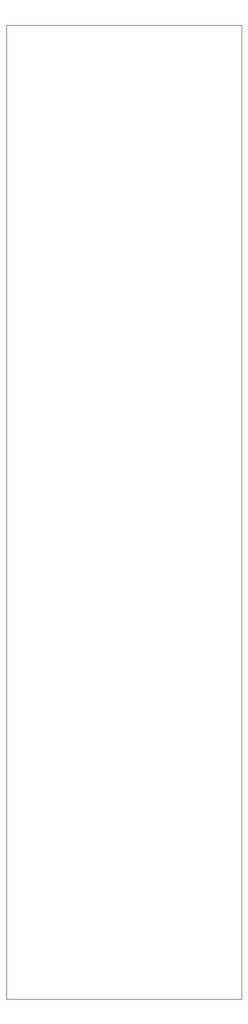
<source format=gm1>
G04 #@! TF.GenerationSoftware,KiCad,Pcbnew,8.0.5*
G04 #@! TF.CreationDate,2024-11-24T11:30:12+01:00*
G04 #@! TF.ProjectId,wavefolder-panel,77617665-666f-46c6-9465-722d70616e65,rev?*
G04 #@! TF.SameCoordinates,Original*
G04 #@! TF.FileFunction,Profile,NP*
%FSLAX46Y46*%
G04 Gerber Fmt 4.6, Leading zero omitted, Abs format (unit mm)*
G04 Created by KiCad (PCBNEW 8.0.5) date 2024-11-24 11:30:12*
%MOMM*%
%LPD*%
G01*
G04 APERTURE LIST*
G04 #@! TA.AperFunction,Profile*
%ADD10C,0.100000*%
G04 #@! TD*
G04 APERTURE END LIST*
D10*
X50000000Y-50000000D02*
X81100000Y-50000000D01*
X81100000Y-178500000D01*
X50000000Y-178500000D01*
X50000000Y-50000000D01*
M02*

</source>
